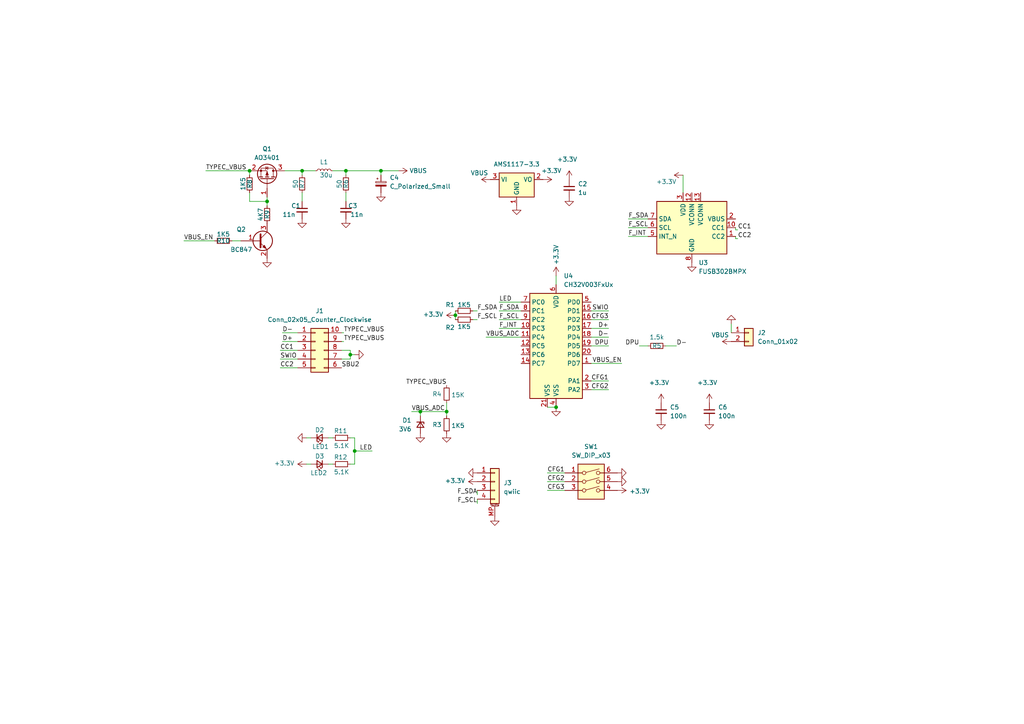
<source format=kicad_sch>
(kicad_sch (version 20231120) (generator "eeschema") (generator_version "8.0")
  (paper "A4")
  (lib_symbols
    (symbol "Connector_Generic:Conn_01x02" (pin_names (offset 1.016) hide)
      (property "Reference" "J" (at 0 2.54 0))
      (property "Value" "Conn_01x02" (at 0 -5.08 0))
      (symbol "Conn_01x02_1_1"
        (rectangle (start -1.27 -2.413) (end 0 -2.667) (stroke (width 0.1524)))
        (rectangle (start -1.27 0.127) (end 0 -0.127) (stroke (width 0.1524)))
        (rectangle (start -1.27 1.27) (end 1.27 -3.81) (stroke (width 0.254)) (fill (type background)))
        (pin passive line (at -5.08 0 0) (length 3.81) (name "Pin_1") (number "1"))
        (pin passive line (at -5.08 -2.54 0) (length 3.81) (name "Pin_2") (number "2"))
      )
    )
    (symbol "Connector_Generic:Conn_02x05_Counter_Clockwise" (pin_names (offset 1.016) hide)
      (property "Reference" "J" (at 1.27 7.62 0))
      (property "Value" "Conn_02x05_Counter_Clockwise" (at 1.27 -7.62 0))
      (symbol "Conn_02x05_Counter_Clockwise_1_1"
        (rectangle (start -1.27 -4.953) (end 0 -5.207) (stroke (width 0.1524)))
        (rectangle (start -1.27 -2.413) (end 0 -2.667) (stroke (width 0.1524)))
        (rectangle (start -1.27 0.127) (end 0 -0.127) (stroke (width 0.1524)))
        (rectangle (start -1.27 2.667) (end 0 2.413) (stroke (width 0.1524)))
        (rectangle (start -1.27 5.207) (end 0 4.953) (stroke (width 0.1524)))
        (rectangle (start -1.27 6.35) (end 3.81 -6.35) (stroke (width 0.254)) (fill (type background)))
        (rectangle (start 3.81 -4.953) (end 2.54 -5.207) (stroke (width 0.1524)))
        (rectangle (start 3.81 -2.413) (end 2.54 -2.667) (stroke (width 0.1524)))
        (rectangle (start 3.81 0.127) (end 2.54 -0.127) (stroke (width 0.1524)))
        (rectangle (start 3.81 2.667) (end 2.54 2.413) (stroke (width 0.1524)))
        (rectangle (start 3.81 5.207) (end 2.54 4.953) (stroke (width 0.1524)))
        (pin passive line (at -5.08 5.08 0) (length 3.81) (name "Pin_1") (number "1"))
        (pin passive line (at 7.62 5.08 180) (length 3.81) (name "Pin_10") (number "10"))
        (pin passive line (at -5.08 2.54 0) (length 3.81) (name "Pin_2") (number "2"))
        (pin passive line (at -5.08 0 0) (length 3.81) (name "Pin_3") (number "3"))
        (pin passive line (at -5.08 -2.54 0) (length 3.81) (name "Pin_4") (number "4"))
        (pin passive line (at -5.08 -5.08 0) (length 3.81) (name "Pin_5") (number "5"))
        (pin passive line (at 7.62 -5.08 180) (length 3.81) (name "Pin_6") (number "6"))
        (pin passive line (at 7.62 -2.54 180) (length 3.81) (name "Pin_7") (number "7"))
        (pin passive line (at 7.62 0 180) (length 3.81) (name "Pin_8") (number "8"))
        (pin passive line (at 7.62 2.54 180) (length 3.81) (name "Pin_9") (number "9"))
      )
    )
    (symbol "Connector_Generic_MountingPin:Conn_01x04_MountingPin" (pin_names (offset 1.016) hide)
      (property "Reference" "J" (at 0 5.08 0))
      (property "Value" "Conn_01x04_MountingPin" (at 1.27 -7.62 0))
      (symbol "Conn_01x04_MountingPin_1_1"
        (rectangle (start -1.27 -4.953) (end 0 -5.207) (stroke (width 0.1524)))
        (rectangle (start -1.27 -2.413) (end 0 -2.667) (stroke (width 0.1524)))
        (rectangle (start -1.27 0.127) (end 0 -0.127) (stroke (width 0.1524)))
        (rectangle (start -1.27 2.667) (end 0 2.413) (stroke (width 0.1524)))
        (rectangle (start -1.27 3.81) (end 1.27 -6.35) (stroke (width 0.254)) (fill (type background)))
        (polyline (pts (xy -1.016 -7.112) (xy 1.016 -7.112)) (stroke (width 0.1524)))
        (text "Mounting" (at 0 -6.731 0) (effects (font (size 0.381 0.381))))
        (pin passive line (at -5.08 2.54 0) (length 3.81) (name "Pin_1") (number "1"))
        (pin passive line (at -5.08 0 0) (length 3.81) (name "Pin_2") (number "2"))
        (pin passive line (at -5.08 -2.54 0) (length 3.81) (name "Pin_3") (number "3"))
        (pin passive line (at -5.08 -5.08 0) (length 3.81) (name "Pin_4") (number "4"))
        (pin passive line (at 0 -10.16 90) (length 3.048) (name "MountPin") (number "MP"))
      )
    )
    (symbol "Device:C_Polarized_Small" (pin_numbers hide) (pin_names (offset 0.254) hide)
      (property "Reference" "C" (at 0.254 1.778 0))
      (property "Value" "C_Polarized_Small" (at 0.254 -2.032 0))
      (symbol "C_Polarized_Small_0_1"
        (rectangle (start -1.524 -0.3048) (end 1.524 -0.6858) (fill (type outline)))
        (rectangle (start -1.524 0.6858) (end 1.524 0.3048))
        (polyline (pts (xy -1.27 1.524) (xy -0.762 1.524)))
        (polyline (pts (xy -1.016 1.27) (xy -1.016 1.778)))
      )
      (symbol "C_Polarized_Small_1_1"
        (pin passive line (at 0 2.54 270) (length 1.8542) (name "~") (number "1"))
        (pin passive line (at 0 -2.54 90) (length 1.8542) (name "~") (number "2"))
      )
    )
    (symbol "Device:C_Small" (pin_numbers hide) (pin_names (offset 0.254) hide)
      (property "Reference" "C" (at 0.254 1.778 0))
      (property "Value" "C_Small" (at 0.254 -2.032 0))
      (symbol "C_Small_0_1"
        (polyline (pts (xy -1.524 -0.508) (xy 1.524 -0.508)) (stroke (width 0.3302)))
        (polyline (pts (xy -1.524 0.508) (xy 1.524 0.508)) (stroke (width 0.3048)))
      )
      (symbol "C_Small_1_1"
        (pin passive line (at 0 2.54 270) (length 2.032) (name "~") (number "1"))
        (pin passive line (at 0 -2.54 90) (length 2.032) (name "~") (number "2"))
      )
    )
    (symbol "Device:D_Zener_Small" (pin_numbers hide) (pin_names (offset 0.254) hide)
      (property "Reference" "D" (at 0 2.286 0))
      (property "Value" "D_Zener_Small" (at 0 -2.286 0))
      (symbol "D_Zener_Small_0_1"
        (polyline (pts (xy 0.762 0) (xy -0.762 0)))
        (polyline (pts (xy -0.254 1.016) (xy -0.762 1.016) (xy -0.762 -1.016)) (stroke (width 0.254)))
        (polyline (pts (xy 0.762 1.016) (xy -0.762 0) (xy 0.762 -1.016) (xy 0.762 1.016)) (stroke (width 0.254)))
      )
      (symbol "D_Zener_Small_1_1"
        (pin passive line (at -2.54 0 0) (length 1.778) (name "K") (number "1"))
        (pin passive line (at 2.54 0 180) (length 1.778) (name "A") (number "2"))
      )
    )
    (symbol "Device:LED_Small" (pin_numbers hide) (pin_names (offset 0.254) hide)
      (property "Reference" "D" (at -1.27 3.175 0))
      (property "Value" "LED_Small" (at -4.445 -2.54 0))
      (symbol "LED_Small_0_1"
        (polyline (pts (xy -0.762 -1.016) (xy -0.762 1.016)) (stroke (width 0.254)))
        (polyline (pts (xy 1.016 0) (xy -0.762 0)))
        (polyline (pts (xy 0.762 -1.016) (xy -0.762 0) (xy 0.762 1.016) (xy 0.762 -1.016)) (stroke (width 0.254)))
        (polyline (pts (xy 0 0.762) (xy -0.508 1.27) (xy -0.254 1.27) (xy -0.508 1.27) (xy -0.508 1.016)))
        (polyline (pts (xy 0.508 1.27) (xy 0 1.778) (xy 0.254 1.778) (xy 0 1.778) (xy 0 1.524)))
      )
      (symbol "LED_Small_1_1"
        (pin passive line (at -2.54 0 0) (length 1.778) (name "K") (number "1"))
        (pin passive line (at 2.54 0 180) (length 1.778) (name "A") (number "2"))
      )
    )
    (symbol "Device:L_Small" (pin_numbers hide) (pin_names (offset 0.254) hide)
      (property "Reference" "L" (at 0.762 1.016 0))
      (property "Value" "L_Small" (at 0.762 -1.016 0))
      (symbol "L_Small_0_1"
        (arc (start 0 -2.032) (mid 0.5058 -1.524) (end 0 -1.016))
        (arc (start 0 -1.016) (mid 0.5058 -0.508) (end 0 0))
        (arc (start 0 0) (mid 0.5058 0.508) (end 0 1.016))
        (arc (start 0 1.016) (mid 0.5058 1.524) (end 0 2.032))
      )
      (symbol "L_Small_1_1"
        (pin passive line (at 0 2.54 270) (length 0.508) (name "~") (number "1"))
        (pin passive line (at 0 -2.54 90) (length 0.508) (name "~") (number "2"))
      )
    )
    (symbol "Device:Q_PMOS_GSD" (pin_names (offset 0) hide)
      (property "Reference" "Q" (at 5.08 1.27 0))
      (property "Value" "Q_PMOS_GSD" (at 5.08 -1.27 0))
      (symbol "Q_PMOS_GSD_0_1"
        (polyline (pts (xy 0.254 0) (xy -2.54 0)))
        (polyline (pts (xy 0.254 1.905) (xy 0.254 -1.905)) (stroke (width 0.254)))
        (polyline (pts (xy 0.762 -1.27) (xy 0.762 -2.286)) (stroke (width 0.254)))
        (polyline (pts (xy 0.762 0.508) (xy 0.762 -0.508)) (stroke (width 0.254)))
        (polyline (pts (xy 0.762 2.286) (xy 0.762 1.27)) (stroke (width 0.254)))
        (polyline (pts (xy 2.54 2.54) (xy 2.54 1.778)))
        (polyline (pts (xy 2.54 -2.54) (xy 2.54 0) (xy 0.762 0)))
        (polyline (pts (xy 0.762 1.778) (xy 3.302 1.778) (xy 3.302 -1.778) (xy 0.762 -1.778)))
        (polyline (pts (xy 2.286 0) (xy 1.27 0.381) (xy 1.27 -0.381) (xy 2.286 0)) (fill (type outline)))
        (polyline (pts (xy 2.794 -0.508) (xy 2.921 -0.381) (xy 3.683 -0.381) (xy 3.81 -0.254)))
        (polyline (pts (xy 3.302 -0.381) (xy 2.921 0.254) (xy 3.683 0.254) (xy 3.302 -0.381)))
        (circle (center 1.651 0) (radius 2.794) (stroke (width 0.254)))
        (circle (center 2.54 -1.778) (radius 0.254) (fill (type outline)))
        (circle (center 2.54 1.778) (radius 0.254) (fill (type outline)))
      )
      (symbol "Q_PMOS_GSD_1_1"
        (pin input line (at -5.08 0 0) (length 2.54) (name "G") (number "1"))
        (pin passive line (at 2.54 -5.08 90) (length 2.54) (name "S") (number "2"))
        (pin passive line (at 2.54 5.08 270) (length 2.54) (name "D") (number "3"))
      )
    )
    (symbol "Device:R_Small" (pin_numbers hide) (pin_names (offset 0.254) hide)
      (property "Reference" "R" (at 0.762 0.508 0))
      (property "Value" "R_Small" (at 0.762 -1.016 0))
      (symbol "R_Small_0_1"
        (rectangle (start -0.762 1.778) (end 0.762 -1.778) (stroke (width 0.2032)))
      )
      (symbol "R_Small_1_1"
        (pin passive line (at 0 2.54 270) (length 0.762) (name "~") (number "1"))
        (pin passive line (at 0 -2.54 90) (length 0.762) (name "~") (number "2"))
      )
    )
    (symbol "Interface_USB:FUSB302BMPX"
      (property "Reference" "U" (at -10.16 8.89 0))
      (property "Value" "FUSB302BMPX" (at 3.81 8.89 0))
      (symbol "FUSB302BMPX_0_1"
        (rectangle (start -10.16 7.62) (end 10.16 -7.62) (stroke (width 0.254)) (fill (type background)))
      )
      (symbol "FUSB302BMPX_1_1"
        (pin bidirectional line (at 12.7 -2.54 180) (length 2.54) (name "CC2") (number "1"))
        (pin bidirectional line (at 12.7 0 180) (length 2.54) (name "CC1") (number "10"))
        (pin bidirectional line (at 12.7 0 180) (length 2.54) hide (name "CC1") (number "11"))
        (pin power_in line (at 0 10.16 270) (length 2.54) (name "VCONN") (number "12"))
        (pin power_in line (at 2.54 10.16 270) (length 2.54) (name "VCONN") (number "13"))
        (pin bidirectional line (at 12.7 -2.54 180) (length 2.54) hide (name "CC2") (number "14"))
        (pin passive line (at 0 -10.16 90) (length 2.54) hide (name "GND") (number "15"))
        (pin input line (at 12.7 2.54 180) (length 2.54) (name "VBUS") (number "2"))
        (pin power_in line (at -2.54 10.16 270) (length 2.54) (name "VDD") (number "3"))
        (pin passive line (at -2.54 10.16 270) (length 2.54) hide (name "VDD") (number "4"))
        (pin open_collector line (at -12.7 -2.54 0) (length 2.54) (name "INT_N") (number "5"))
        (pin input line (at -12.7 0 0) (length 2.54) (name "SCL") (number "6"))
        (pin bidirectional line (at -12.7 2.54 0) (length 2.54) (name "SDA") (number "7"))
        (pin power_in line (at 0 -10.16 90) (length 2.54) (name "GND") (number "8"))
        (pin passive line (at 0 -10.16 90) (length 2.54) hide (name "GND") (number "9"))
      )
    )
    (symbol "MCU_WCH_CH32V0:CH32V003FxUx"
      (property "Reference" "U4" (at 2.1941 20.32 0))
      (property "Value" "CH32V003FxUx" (at 2.1941 17.78 0))
      (symbol "CH32V003FxUx_1_1"
        (rectangle (start -7.62 15.24) (end 7.62 -15.24) (stroke (width 0.254)) (fill (type background)))
        (pin bidirectional line (at 10.16 -5.08 180) (length 2.54) (name "PD7") (number "1"))
        (pin bidirectional line (at -10.16 5.08 0) (length 2.54) (name "PC3") (number "10"))
        (pin bidirectional line (at -10.16 2.54 0) (length 2.54) (name "PC4") (number "11"))
        (pin bidirectional line (at -10.16 0 0) (length 2.54) (name "PC5") (number "12"))
        (pin bidirectional line (at -10.16 -2.54 0) (length 2.54) (name "PC6") (number "13"))
        (pin bidirectional line (at -10.16 -5.08 0) (length 2.54) (name "PC7") (number "14"))
        (pin bidirectional line (at 10.16 10.16 180) (length 2.54) (name "PD1") (number "15"))
        (pin bidirectional line (at 10.16 7.62 180) (length 2.54) (name "PD2") (number "16"))
        (pin bidirectional line (at 10.16 5.08 180) (length 2.54) (name "PD3") (number "17"))
        (pin bidirectional line (at 10.16 2.54 180) (length 2.54) (name "PD4") (number "18"))
        (pin bidirectional line (at 10.16 0 180) (length 2.54) (name "PD5") (number "19"))
        (pin bidirectional line (at 10.16 -10.16 180) (length 2.54) (name "PA1") (number "2"))
        (pin bidirectional line (at 10.16 -2.54 180) (length 2.54) (name "PD6") (number "20"))
        (pin power_in line (at -2.54 -17.78 90) (length 2.54) (name "VSS") (number "21"))
        (pin bidirectional line (at 10.16 -12.7 180) (length 2.54) (name "PA2") (number "3"))
        (pin power_in line (at 0 -17.78 90) (length 2.54) (name "VSS") (number "4"))
        (pin bidirectional line (at 10.16 12.7 180) (length 2.54) (name "PD0") (number "5"))
        (pin power_in line (at 0 17.78 270) (length 2.54) (name "VDD") (number "6"))
        (pin bidirectional line (at -10.16 12.7 0) (length 2.54) (name "PC0") (number "7"))
        (pin bidirectional line (at -10.16 10.16 0) (length 2.54) (name "PC1") (number "8"))
        (pin bidirectional line (at -10.16 7.62 0) (length 2.54) (name "PC2") (number "9"))
      )
    )
    (symbol "Regulator_Linear:AMS1117-3.3"
      (property "Reference" "U" (at -3.81 3.175 0))
      (property "Value" "AMS1117-3.3" (at 0 3.175 0))
      (symbol "AMS1117-3.3_0_1"
        (rectangle (start -5.08 -5.08) (end 5.08 1.905) (stroke (width 0.254)) (fill (type background)))
      )
      (symbol "AMS1117-3.3_1_1"
        (pin power_in line (at 0 -7.62 90) (length 2.54) (name "GND") (number "1"))
        (pin power_out line (at 7.62 0 180) (length 2.54) (name "VO") (number "2"))
        (pin power_in line (at -7.62 0 0) (length 2.54) (name "VI") (number "3"))
      )
    )
    (symbol "Switch:SW_DIP_x03" (pin_names (offset 0) hide)
      (property "Reference" "SW" (at 0 6.35 0))
      (property "Value" "SW_DIP_x03" (at 0 -6.35 0))
      (symbol "SW_DIP_x03_0_0"
        (circle (center -2.032 -2.54) (radius 0.508))
        (circle (center -2.032 0) (radius 0.508))
        (circle (center -2.032 2.54) (radius 0.508))
        (polyline (pts (xy -1.524 -2.413) (xy 2.3622 -1.3716)))
        (polyline (pts (xy -1.524 0.127) (xy 2.3622 1.1684)))
        (polyline (pts (xy -1.524 2.667) (xy 2.3622 3.7084)))
        (circle (center 2.032 -2.54) (radius 0.508))
        (circle (center 2.032 0) (radius 0.508))
        (circle (center 2.032 2.54) (radius 0.508))
      )
      (symbol "SW_DIP_x03_0_1"
        (rectangle (start -3.81 5.08) (end 3.81 -5.08) (stroke (width 0.254)) (fill (type background)))
      )
      (symbol "SW_DIP_x03_1_1"
        (pin passive line (at -7.62 2.54 0) (length 5.08) (name "~") (number "1"))
        (pin passive line (at -7.62 0 0) (length 5.08) (name "~") (number "2"))
        (pin passive line (at -7.62 -2.54 0) (length 5.08) (name "~") (number "3"))
        (pin passive line (at 7.62 -2.54 180) (length 5.08) (name "~") (number "4"))
        (pin passive line (at 7.62 0 180) (length 5.08) (name "~") (number "5"))
        (pin passive line (at 7.62 2.54 180) (length 5.08) (name "~") (number "6"))
      )
    )
    (symbol "Transistor_BJT:BC847" (pin_names (offset 0) hide)
      (property "Reference" "Q" (at 5.08 1.905 0))
      (property "Value" "BC847" (at 5.08 0 0))
      (symbol "BC847_0_1"
        (polyline (pts (xy 0.635 0.635) (xy 2.54 2.54)))
        (polyline (pts (xy 0.635 -0.635) (xy 2.54 -2.54) (xy 2.54 -2.54)))
        (polyline (pts (xy 0.635 1.905) (xy 0.635 -1.905) (xy 0.635 -1.905)) (stroke (width 0.508)))
        (polyline (pts (xy 1.27 -1.778) (xy 1.778 -1.27) (xy 2.286 -2.286) (xy 1.27 -1.778) (xy 1.27 -1.778)) (fill (type outline)))
        (circle (center 1.27 0) (radius 2.8194) (stroke (width 0.254)))
      )
      (symbol "BC847_1_1"
        (pin input line (at -5.08 0 0) (length 5.715) (name "B") (number "1"))
        (pin passive line (at 2.54 -5.08 90) (length 2.54) (name "E") (number "2"))
        (pin passive line (at 2.54 5.08 270) (length 2.54) (name "C") (number "3"))
      )
    )
    (symbol "power:+3.3V" (power) (pin_names (offset 0))
      (property "Value" "+3.3V" (at 0 3.556 0))
      (symbol "+3.3V_0_1"
        (polyline (pts (xy -0.762 1.27) (xy 0 2.54)))
        (polyline (pts (xy 0 0) (xy 0 2.54)))
        (polyline (pts (xy 0 2.54) (xy 0.762 1.27)))
      )
      (symbol "+3.3V_1_1"
        (pin power_in line (at 0 0 90) (length 0) hide (name "+3.3V") (number "1"))
      )
    )
    (symbol "power:GND" (power) (pin_names (offset 0))
      (property "Value" "GND" (at 0 -3.81 0))
      (symbol "GND_0_1"
        (polyline (pts (xy 0 0) (xy 0 -1.27) (xy 1.27 -1.27) (xy 0 -2.54) (xy -1.27 -1.27) (xy 0 -1.27)))
      )
      (symbol "GND_1_1"
        (pin power_in line (at 0 0 270) (length 0) hide (name "GND") (number "1"))
      )
    )
    (symbol "power:VBUS" (power) (pin_names (offset 0))
      (property "Value" "VBUS" (at 0 3.81 0))
      (symbol "VBUS_0_1"
        (polyline (pts (xy -0.762 1.27) (xy 0 2.54)))
        (polyline (pts (xy 0 0) (xy 0 2.54)))
        (polyline (pts (xy 0 2.54) (xy 0.762 1.27)))
      )
      (symbol "VBUS_1_1"
        (pin power_in line (at 0 0 90) (length 0) hide (name "VBUS") (number "1"))
      )
    )
  )
  (junction (at 121.92 119.38))
  (junction (at 77.47 58.42))
  (junction (at 72.39 49.53))
  (junction (at 102.87 130.81))
  (junction (at 101.6 102.87))
  (junction (at 87.63 49.53))
  (junction (at 129.54 119.38))
  (junction (at 132.08 91.44))
  (junction (at 100.33 49.53))
  (junction (at 110.49 49.53))
  (junction (at 161.29 118.11))
  (wire (pts (xy 99.06 104.14) (xy 101.6 104.14)))
  (wire (pts (xy 158.75 118.11) (xy 161.29 118.11)))
  (wire (pts (xy 102.87 127) (xy 101.6 127)))
  (wire (pts (xy 176.53 113.03) (xy 171.45 113.03)))
  (wire (pts (xy 67.31 69.85) (xy 69.85 69.85)))
  (wire (pts (xy 176.53 90.17) (xy 171.45 90.17)))
  (wire (pts (xy 182.245 68.58) (xy 187.96 68.58)))
  (wire (pts (xy 132.08 91.44) (xy 132.08 92.71)))
  (wire (pts (xy 81.915 99.06) (xy 86.36 99.06)))
  (wire (pts (xy 88.9 134.62) (xy 90.17 134.62)))
  (wire (pts (xy 121.92 120.65) (xy 121.92 119.38)))
  (wire (pts (xy 176.53 110.49) (xy 171.45 110.49)))
  (wire (pts (xy 101.6 102.87) (xy 101.6 104.14)))
  (wire (pts (xy 77.47 58.42) (xy 77.47 59.69)))
  (wire (pts (xy 213.995 66.675) (xy 213.36 66.675)))
  (wire (pts (xy 119.38 119.38) (xy 121.92 119.38)))
  (wire (pts (xy 81.28 101.6) (xy 86.36 101.6)))
  (wire (pts (xy 110.49 49.53) (xy 110.49 50.8)))
  (wire (pts (xy 138.43 146.05) (xy 138.43 144.78)))
  (wire (pts (xy 81.915 96.52) (xy 86.36 96.52)))
  (wire (pts (xy 129.54 116.84) (xy 129.54 119.38)))
  (wire (pts (xy 185.42 100.33) (xy 187.96 100.33)))
  (wire (pts (xy 95.25 127) (xy 96.52 127)))
  (wire (pts (xy 102.87 130.81) (xy 102.87 134.62)))
  (wire (pts (xy 182.245 66.04) (xy 187.96 66.04)))
  (wire (pts (xy 182.245 63.5) (xy 187.96 63.5)))
  (wire (pts (xy 213.36 69.215) (xy 213.36 68.58)))
  (wire (pts (xy 96.52 49.53) (xy 100.33 49.53)))
  (wire (pts (xy 87.63 49.53) (xy 91.44 49.53)))
  (wire (pts (xy 110.49 49.53) (xy 115.57 49.53)))
  (wire (pts (xy 87.63 55.88) (xy 87.63 58.42)))
  (wire (pts (xy 99.06 96.52) (xy 99.695 96.52)))
  (wire (pts (xy 158.75 137.16) (xy 163.83 137.16)))
  (wire (pts (xy 101.6 101.6) (xy 101.6 102.87)))
  (wire (pts (xy 82.55 49.53) (xy 87.63 49.53)))
  (wire (pts (xy 176.53 92.71) (xy 171.45 92.71)))
  (wire (pts (xy 88.9 127) (xy 90.17 127)))
  (wire (pts (xy 176.53 97.79) (xy 171.45 97.79)))
  (wire (pts (xy 101.6 102.87) (xy 102.87 102.87)))
  (wire (pts (xy 53.34 69.85) (xy 62.23 69.85)))
  (wire (pts (xy 132.08 90.17) (xy 132.08 91.44)))
  (wire (pts (xy 129.54 119.38) (xy 129.54 120.65)))
  (wire (pts (xy 144.78 90.17) (xy 151.13 90.17)))
  (wire (pts (xy 213.995 69.215) (xy 213.36 69.215)))
  (wire (pts (xy 100.33 50.8) (xy 100.33 49.53)))
  (wire (pts (xy 87.63 50.8) (xy 87.63 49.53)))
  (wire (pts (xy 176.53 100.33) (xy 171.45 100.33)))
  (wire (pts (xy 72.39 58.42) (xy 77.47 58.42)))
  (wire (pts (xy 140.97 97.79) (xy 151.13 97.79)))
  (wire (pts (xy 81.28 104.14) (xy 86.36 104.14)))
  (wire (pts (xy 212.09 93.98) (xy 212.09 96.52)))
  (wire (pts (xy 161.29 80.01) (xy 161.29 82.55)))
  (wire (pts (xy 213.36 66.675) (xy 213.36 66.04)))
  (wire (pts (xy 100.33 49.53) (xy 110.49 49.53)))
  (wire (pts (xy 138.43 90.17) (xy 137.16 90.17)))
  (wire (pts (xy 158.75 142.24) (xy 163.83 142.24)))
  (wire (pts (xy 180.34 105.41) (xy 171.45 105.41)))
  (wire (pts (xy 176.53 95.25) (xy 171.45 95.25)))
  (wire (pts (xy 158.75 139.7) (xy 163.83 139.7)))
  (wire (pts (xy 144.78 95.25) (xy 151.13 95.25)))
  (wire (pts (xy 99.06 99.06) (xy 99.695 99.06)))
  (wire (pts (xy 193.04 100.33) (xy 196.215 100.33)))
  (wire (pts (xy 95.25 134.62) (xy 96.52 134.62)))
  (wire (pts (xy 101.6 134.62) (xy 102.87 134.62)))
  (wire (pts (xy 59.69 49.53) (xy 72.39 49.53)))
  (wire (pts (xy 99.06 101.6) (xy 101.6 101.6)))
  (wire (pts (xy 107.95 130.81) (xy 102.87 130.81)))
  (wire (pts (xy 72.39 50.8) (xy 72.39 49.53)))
  (wire (pts (xy 144.78 87.63) (xy 151.13 87.63)))
  (wire (pts (xy 100.33 55.88) (xy 100.33 58.42)))
  (wire (pts (xy 72.39 55.88) (xy 72.39 58.42)))
  (wire (pts (xy 81.28 106.68) (xy 86.36 106.68)))
  (wire (pts (xy 198.12 50.8) (xy 198.12 55.88)))
  (wire (pts (xy 102.87 127) (xy 102.87 130.81)))
  (wire (pts (xy 138.43 92.71) (xy 137.16 92.71)))
  (wire (pts (xy 138.43 143.51) (xy 138.43 142.24)))
  (wire (pts (xy 77.47 57.15) (xy 77.47 58.42)))
  (wire (pts (xy 144.78 92.71) (xy 151.13 92.71)))
  (wire (pts (xy 121.92 119.38) (xy 129.54 119.38)))
  (label "D-" (at 196.215 100.33 0))
  (label "TYPEC_VBUS" (at 129.54 111.76 180))
  (label "F_SCL" (at 138.43 92.71 0))
  (label "DPU" (at 176.53 100.33 180))
  (label "CC2" (at 213.995 69.215 0))
  (label "CFG2" (at 176.53 113.03 180))
  (label "LED" (at 144.78 87.63 0))
  (label "CFG1" (at 176.53 110.49 180))
  (label "F_SDA" (at 144.78 90.17 0))
  (label "F_SCL" (at 138.43 146.05 180))
  (label "F_SCL" (at 144.78 92.71 0))
  (label "VBUS_EN" (at 180.34 105.41 180))
  (label "SWIO" (at 81.28 104.14 0))
  (label "VBUS_ADC" (at 119.38 119.38 0))
  (label "LED" (at 107.95 130.81 180))
  (label "TYPEC_VBUS" (at 99.695 96.52 0))
  (label "D+" (at 176.53 95.25 180))
  (label "CFG2" (at 158.75 139.7 0))
  (label "SBU2" (at 99.06 106.68 0))
  (label "F_INT" (at 144.78 95.25 0))
  (label "TYPEC_VBUS" (at 99.695 99.06 0))
  (label "D-" (at 176.53 97.79 180))
  (label "F_SDA" (at 182.245 63.5 0))
  (label "F_INT" (at 182.245 68.58 0))
  (label "D-" (at 81.915 96.52 0))
  (label "VBUS_ADC" (at 140.97 97.79 0))
  (label "D+" (at 81.915 99.06 0))
  (label "CC2" (at 81.28 106.68 0))
  (label "CFG3" (at 158.75 142.24 0))
  (label "VBUS_EN" (at 53.34 69.85 0))
  (label "DPU" (at 185.42 100.33 180))
  (label "CC1" (at 213.995 66.675 0))
  (label "CFG1" (at 158.75 137.16 0))
  (label "F_SDA" (at 138.43 143.51 180))
  (label "TYPEC_VBUS" (at 59.69 49.53 0))
  (label "CFG3" (at 176.53 92.71 180))
  (label "F_SCL" (at 182.245 66.04 0))
  (label "F_SDA" (at 138.43 90.17 0))
  (label "CC1" (at 81.28 101.6 0))
  (label "SWIO" (at 176.53 90.17 180))
  (symbol (lib_id "power:GND") (at 121.92 125.73 0) (unit 1)
    (property "Reference" "#PWR015" (effects (hide yes)))
    (property "Value" "GND" (effects (hide yes)))
  )
  (symbol (lib_id "power:GND") (at 143.51 149.86 0) (unit 1)
    (property "Reference" "#PWR027" (effects (hide yes)))
    (property "Value" "GND" (effects (hide yes)))
  )
  (symbol (lib_id "power:GND") (at 100.33 63.5 0) (unit 1)
    (property "Reference" "#PWR011" (effects (hide yes)))
    (property "Value" "GND" (effects (hide yes)))
  )
  (symbol (lib_id "MCU_WCH_CH32V0:CH32V003FxUx") (at 161.29 100.33 0) (unit 1)
    (property "Reference" "U4" (at 163.4841 80.01 0) (effects (justify left)))
    (property "Value" "CH32V003FxUx" (at 163.4841 82.55 0) (effects (justify left)))
    (property "Footprint" "Package_DFN_QFN:QFN-20-1EP_3x3mm_P0.4mm_EP1.65x1.65mm" (effects (hide yes)))
    (property "Datasheet" "https://www.wch-ic.com/products/CH32V003.html" (effects (hide yes)))
    (property "Description" "CH32V003 series are industrial-grade general-purpose microcontrollers designed based on 32-bit RISC-V instruction set and architecture. It adopts QingKe V2A core, RV32EC instruction set, and supports 2 levels of interrupt nesting. The series are mounted with rich peripheral interfaces and function modules. Its internal organizational structure meets the low-cost and low-power embedded application scenarios." (effects (hide yes)))
  )
  (symbol (lib_id "power:+3.3V") (at 179.07 142.24 270) (unit 1)
    (property "Reference" "#PWR030" (effects (hide yes)))
    (property "Value" "+3.3V" (at 188.468 142.494 90) (effects (justify right)))
  )
  (symbol (lib_id "power:GND") (at 200.66 76.2 0) (unit 1)
    (property "Reference" "#PWR014" (effects (hide yes)))
    (property "Value" "GND" (effects (hide yes)))
  )
  (symbol (lib_id "Device:R_Small") (at 129.54 123.19 0) (mirror y) (unit 1)
    (property "Reference" "R3" (at 126.746 123.19 0))
    (property "Value" "1K5" (at 132.842 123.444 0))
    (property "Footprint" "Resistor_SMD:R_0402_1005Metric" (effects (hide yes)))
  )
  (symbol (lib_id "Device:R_Small") (at 99.06 134.62 90) (mirror x) (unit 1)
    (property "Reference" "R12" (at 98.806 132.588 90))
    (property "Value" "5.1K" (at 99.06 136.906 90))
    (property "Footprint" "Resistor_SMD:R_0402_1005Metric" (effects (hide yes)))
  )
  (symbol (lib_id "power:GND") (at 179.07 139.7 90) (unit 1)
    (property "Reference" "#PWR032" (effects (hide yes)))
    (property "Value" "GND" (effects (hide yes)))
  )
  (symbol (lib_id "Device:C_Small") (at 100.33 60.96 0) (unit 1)
    (property "Reference" "C3" (at 100.965 59.69 0) (effects (justify left)))
    (property "Value" "11n" (at 101.6 62.23 0) (effects (justify left)))
    (property "Footprint" "Capacitor_SMD:C_0805_2012Metric" (effects (hide yes)))
  )
  (symbol (lib_id "Device:R_Small") (at 190.5 100.33 90) (unit 1)
    (property "Reference" "R5" (at 190.5 100.33 90))
    (property "Value" "1.5k" (at 190.5 97.79 90))
    (property "Footprint" "Resistor_SMD:R_0402_1005Metric" (effects (hide yes)))
  )
  (symbol (lib_id "Interface_USB:FUSB302BMPX") (at 200.66 66.04 0) (unit 1)
    (property "Reference" "U3" (at 202.6159 76.2 0) (effects (justify left)))
    (property "Value" "FUSB302BMPX" (at 202.6159 78.74 0) (effects (justify left)))
    (property "Footprint" "Package_DFN_QFN:WQFN-14-1EP_2.5x2.5mm_P0.5mm_EP1.45x1.45mm" (effects (hide yes)))
    (property "Datasheet" "http://www.onsemi.com/pub/Collateral/FUSB302B-D.PDF" (effects (hide yes)))
  )
  (symbol (lib_id "Device:D_Zener_Small") (at 121.92 123.19 270) (unit 1)
    (property "Reference" "D1" (at 119.38 121.9199 90) (effects (justify right)))
    (property "Value" "3V6" (at 119.38 124.4599 90) (effects (justify right)))
    (property "Footprint" "Diode_SMD:D_0805_2012Metric" (effects (hide yes)))
    (property "Description" "Zener diode, small symbol" (effects (hide yes)))
  )
  (symbol (lib_id "power:GND") (at 212.09 93.98 180) (unit 1)
    (property "Reference" "#PWR03" (effects (hide yes)))
    (property "Value" "GND" (effects (hide yes)))
  )
  (symbol (lib_id "power:GND") (at 110.49 55.88 0) (unit 1)
    (property "Reference" "#PWR016" (effects (hide yes)))
    (property "Value" "GND" (effects (hide yes)))
  )
  (symbol (lib_id "Device:C_Small") (at 205.74 119.38 0) (unit 1)
    (property "Reference" "C6" (at 208.28 118.1162 0) (effects (justify left)))
    (property "Value" "100n" (at 208.28 120.6562 0) (effects (justify left)))
    (property "Footprint" "Capacitor_SMD:C_0603_1608Metric" (effects (hide yes)))
  )
  (symbol (lib_id "Switch:SW_DIP_x03") (at 171.45 139.7 0) (unit 1)
    (property "Reference" "SW1" (at 171.45 129.54 0))
    (property "Value" "SW_DIP_x03" (at 171.45 132.08 0))
    (property "Footprint" "rusb-pd-second:SW-SMD_6P-P1.27_EU-03KS" (effects (hide yes)))
    (property "Description" "3x DIP Switch, Single Pole Single Throw (SPST) switch, small symbol" (effects (hide yes)))
  )
  (symbol (lib_id "power:+3.3V") (at 138.43 139.7 90) (unit 1)
    (property "Reference" "#PWR028" (effects (hide yes)))
    (property "Value" "+3.3V" (at 129.032 139.446 90) (effects (justify right)))
  )
  (symbol (lib_id "Device:R_Small") (at 99.06 127 90) (mirror x) (unit 1)
    (property "Reference" "R11" (at 98.806 124.968 90))
    (property "Value" "5.1K" (at 99.06 129.286 90))
    (property "Footprint" "Resistor_SMD:R_0402_1005Metric" (effects (hide yes)))
  )
  (symbol (lib_id "Device:C_Small") (at 87.63 60.96 0) (unit 1)
    (property "Reference" "C1" (at 84.455 59.69 0) (effects (justify left)))
    (property "Value" "11n" (at 81.915 62.23 0) (effects (justify left)))
    (property "Footprint" "Capacitor_SMD:C_0805_2012Metric" (effects (hide yes)))
  )
  (symbol (lib_id "power:GND") (at 161.29 118.11 0) (unit 1)
    (property "Reference" "#PWR017" (effects (hide yes)))
    (property "Value" "GND" (effects (hide yes)))
  )
  (symbol (lib_id "Device:R_Small") (at 134.62 90.17 270) (mirror x) (unit 1)
    (property "Reference" "R1" (at 130.556 88.392 90))
    (property "Value" "1K5" (at 134.62 88.392 90))
    (property "Footprint" "Resistor_SMD:R_0402_1005Metric" (effects (hide yes)))
  )
  (symbol (lib_id "Device:C_Small") (at 191.77 119.38 0) (unit 1)
    (property "Reference" "C5" (at 194.31 118.1162 0) (effects (justify left)))
    (property "Value" "100n" (at 194.31 120.6562 0) (effects (justify left)))
    (property "Footprint" "Capacitor_SMD:C_0603_1608Metric" (effects (hide yes)))
  )
  (symbol (lib_id "Device:LED_Small") (at 92.71 134.62 180) (unit 1)
    (property "Reference" "D3" (at 92.71 132.334 0))
    (property "Value" "LED2" (at 92.456 137.16 0))
    (property "Footprint" "LED_SMD:LED_0603_1608Metric" (effects (hide yes)))
    (property "Description" "Light emitting diode, small symbol" (effects (hide yes)))
  )
  (symbol (lib_id "power:GND") (at 138.43 137.16 270) (unit 1)
    (property "Reference" "#PWR029" (effects (hide yes)))
    (property "Value" "GND" (effects (hide yes)))
  )
  (symbol (lib_id "power:GND") (at 87.63 63.5 0) (unit 1)
    (property "Reference" "#PWR07" (effects (hide yes)))
    (property "Value" "GND" (effects (hide yes)))
  )
  (symbol (lib_id "power:GND") (at 191.77 121.92 0) (unit 1)
    (property "Reference" "#PWR020" (effects (hide yes)))
    (property "Value" "GND" (effects (hide yes)))
  )
  (symbol (lib_id "Device:R_Small") (at 134.62 92.71 270) (mirror x) (unit 1)
    (property "Reference" "R2" (at 130.556 94.996 90))
    (property "Value" "1K5" (at 134.62 94.742 90))
    (property "Footprint" "Resistor_SMD:R_0402_1005Metric" (effects (hide yes)))
  )
  (symbol (lib_id "Regulator_Linear:AMS1117-3.3") (at 149.86 52.07 0) (unit 1)
    (property "Reference" "U1" (effects (hide yes)))
    (property "Value" "AMS1117-3.3" (at 149.86 47.625 0))
    (property "Footprint" "Package_TO_SOT_SMD:SOT-223-3_TabPin2" (effects (hide yes)))
    (property "Datasheet" "http://www.advanced-monolithic.com/pdf/ds1117.pdf" (effects (hide yes)))
  )
  (symbol (lib_id "power:+3.3V") (at 198.12 50.8 90) (unit 1)
    (property "Reference" "#PWR013" (effects (hide yes)))
    (property "Value" "+3.3V" (at 196.215 52.705 90) (effects (justify left)))
  )
  (symbol (lib_id "Device:L_Small") (at 93.98 49.53 90) (unit 1)
    (property "Reference" "L1" (at 93.98 46.99 90))
    (property "Value" "30u" (at 94.615 50.8 90))
    (property "Footprint" "Library:IND-SMD_L6.0-W6.0_FNR60XXS" (effects (hide yes)))
  )
  (symbol (lib_id "power:VBUS") (at 142.24 52.07 90) (unit 1)
    (property "Reference" "#PWR05" (effects (hide yes)))
    (property "Value" "VBUS" (at 141.605 50.165 90) (effects (justify left)))
  )
  (symbol (lib_id "power:GND") (at 165.1 57.15 0) (unit 1)
    (property "Reference" "#PWR010" (effects (hide yes)))
    (property "Value" "GND" (effects (hide yes)))
  )
  (symbol (lib_id "power:GND") (at 149.86 59.69 0) (unit 1)
    (property "Reference" "#PWR06" (effects (hide yes)))
    (property "Value" "GND" (effects (hide yes)))
  )
  (symbol (lib_id "power:GND") (at 129.54 125.73 0) (unit 1)
    (property "Reference" "#PWR023" (effects (hide yes)))
    (property "Value" "GND" (effects (hide yes)))
  )
  (symbol (lib_id "power:GND") (at 102.87 102.87 90) (unit 1)
    (property "Reference" "#PWR01" (effects (hide yes)))
    (property "Value" "GND" (effects (hide yes)))
  )
  (symbol (lib_id "Device:R_Small") (at 64.77 69.85 90) (unit 1)
    (property "Reference" "R10" (at 64.77 69.85 90))
    (property "Value" "1K5" (at 64.77 67.945 90))
    (property "Footprint" "Resistor_SMD:R_0402_1005Metric" (effects (hide yes)))
  )
  (symbol (lib_id "Connector_Generic:Conn_01x02") (at 217.17 96.52 0) (unit 1)
    (property "Reference" "J2" (at 219.71 96.5199 0) (effects (justify left)))
    (property "Value" "Conn_01x02" (at 219.71 99.0599 0) (effects (justify left)))
    (property "Footprint" "Connector_PinSocket_2.54mm:PinSocket_1x02_P2.54mm_Vertical" (effects (hide yes)))
    (property "Description" "Generic connector, single row, 01x02, script generated (kicad-library-utils/schlib/autogen/connector/)" (effects (hide yes)))
  )
  (symbol (lib_id "Device:R_Small") (at 87.63 53.34 180) (unit 1)
    (property "Reference" "R7" (at 87.63 53.34 90))
    (property "Value" "50" (at 85.725 53.34 90))
    (property "Footprint" "Resistor_SMD:R_0402_1005Metric" (effects (hide yes)))
  )
  (symbol (lib_id "power:GND") (at 179.07 137.16 90) (unit 1)
    (property "Reference" "#PWR031" (effects (hide yes)))
    (property "Value" "GND" (effects (hide yes)))
  )
  (symbol (lib_id "power:GND") (at 77.47 74.93 0) (unit 1)
    (property "Reference" "#PWR024" (effects (hide yes)))
    (property "Value" "GND" (effects (hide yes)))
  )
  (symbol (lib_id "power:+3.3V") (at 88.9 134.62 90) (unit 1)
    (property "Reference" "#PWR026" (effects (hide yes)))
    (property "Value" "+3.3V" (at 79.502 134.366 90) (effects (justify right)))
  )
  (symbol (lib_id "power:VBUS") (at 212.09 99.06 90) (unit 1)
    (property "Reference" "#PWR04" (effects (hide yes)))
    (property "Value" "VBUS" (at 211.455 97.155 90) (effects (justify left)))
  )
  (symbol (lib_id "power:GND") (at 205.74 121.92 0) (unit 1)
    (property "Reference" "#PWR022" (effects (hide yes)))
    (property "Value" "GND" (effects (hide yes)))
  )
  (symbol (lib_id "Connector_Generic:Conn_02x05_Counter_Clockwise") (at 91.44 101.6 0) (unit 1)
    (property "Reference" "J1" (at 92.71 90.17 0))
    (property "Value" "Conn_02x05_Counter_Clockwise" (at 92.71 92.71 0))
    (property "Footprint" "Connector_PinSocket_2.54mm:PinSocket_2x05_P2.54mm_Vertical" (effects (hide yes)))
  )
  (symbol (lib_id "Device:LED_Small") (at 92.71 127 0) (mirror x) (unit 1)
    (property "Reference" "D2" (at 92.71 124.714 0))
    (property "Value" "LED1" (at 92.964 129.54 0))
    (property "Footprint" "LED_SMD:LED_0603_1608Metric" (effects (hide yes)))
    (property "Description" "Light emitting diode, small symbol" (effects (hide yes)))
  )
  (symbol (lib_id "Device:Q_PMOS_GSD") (at 77.47 52.07 270) (mirror x) (unit 1)
    (property "Reference" "Q1" (at 77.47 43.18 90))
    (property "Value" "AO3401" (at 77.47 45.72 90))
    (property "Footprint" "Package_TO_SOT_SMD:SOT-23" (effects (hide yes)))
    (property "Description" "P-MOSFET transistor, gate/source/drain" (effects (hide yes)))
  )
  (symbol (lib_id "power:GND") (at 88.9 127 270) (unit 1)
    (property "Reference" "#PWR025" (effects (hide yes)))
    (property "Value" "GND" (effects (hide yes)))
  )
  (symbol (lib_id "Transistor_BJT:BC847") (at 74.93 69.85 0) (unit 1)
    (property "Reference" "Q2" (at 68.58 66.548 0) (effects (justify left)))
    (property "Value" "BC847" (at 66.802 72.39 0) (effects (justify left)))
    (property "Footprint" "Package_TO_SOT_SMD:SOT-23" (effects (hide yes)))
    (property "Datasheet" "http://www.infineon.com/dgdl/Infineon-BC847SERIES_BC848SERIES_BC849SERIES_BC850SERIES-DS-v01_01-en.pdf?fileId=db3a304314dca389011541d4630a1657" (effects (hide yes)))
    (property "Description" "0.1A Ic, 45V Vce, NPN Transistor, SOT-23" (effects (hide yes)))
  )
  (symbol (lib_id "Device:R_Small") (at 77.47 62.23 180) (unit 1)
    (property "Reference" "R9" (at 77.47 62.23 90))
    (property "Value" "4K7" (at 75.565 62.23 90))
    (property "Footprint" "Resistor_SMD:R_0402_1005Metric" (effects (hide yes)))
  )
  (symbol (lib_id "power:+3.3V") (at 165.1 52.07 0) (unit 1)
    (property "Reference" "#PWR09" (effects (hide yes)))
    (property "Value" "+3.3V" (at 161.544 46.228 0) (effects (justify left)))
  )
  (symbol (lib_id "power:+3.3V") (at 205.74 116.84 0) (unit 1)
    (property "Reference" "#PWR021" (effects (hide yes)))
    (property "Value" "+3.3V" (at 202.184 110.998 0) (effects (justify left)))
  )
  (symbol (lib_id "power:+3.3V") (at 157.48 52.07 270) (unit 1)
    (property "Reference" "#PWR08" (effects (hide yes)))
    (property "Value" "+3.3V" (at 156.972 49.53 90) (effects (justify left)))
  )
  (symbol (lib_id "power:+3.3V") (at 191.77 116.84 0) (unit 1)
    (property "Reference" "#PWR019" (effects (hide yes)))
    (property "Value" "+3.3V" (at 188.214 110.998 0) (effects (justify left)))
  )
  (symbol (lib_id "power:VBUS") (at 115.57 49.53 270) (unit 1)
    (property "Reference" "#PWR012" (effects (hide yes)))
    (property "Value" "VBUS" (at 118.745 49.53 90) (effects (justify left)))
  )
  (symbol (lib_id "Device:R_Small") (at 100.33 53.34 180) (unit 1)
    (property "Reference" "R6" (at 100.33 53.34 90))
    (property "Value" "50" (at 98.425 53.34 90))
    (property "Footprint" "Resistor_SMD:R_0402_1005Metric" (effects (hide yes)))
  )
  (symbol (lib_id "Connector_Generic_MountingPin:Conn_01x04_MountingPin") (at 143.51 139.7 0) (unit 1)
    (property "Reference" "J3" (at 146.05 140.0555 0) (effects (justify left)))
    (property "Value" "qwiic" (at 146.05 142.5955 0) (effects (justify left)))
    (property "Footprint" "Connector_JST:JST_SH_SM04B-SRSS-TB_1x04-1MP_P1.00mm_Horizontal" (effects (hide yes)))
    (property "Description" "Generic connectable mounting pin connector, single row, 01x04, script generated (kicad-library-utils/schlib/autogen/connector/)" (effects (hide yes)))
  )
  (symbol (lib_id "power:+3.3V") (at 132.08 91.44 90) (unit 1)
    (property "Reference" "#PWR02" (effects (hide yes)))
    (property "Value" "+3.3V" (at 122.682 91.186 90) (effects (justify right)))
  )
  (symbol (lib_id "Device:C_Polarized_Small") (at 110.49 53.34 0) (unit 1)
    (property "Reference" "C4" (at 113.03 51.5238 0) (effects (justify left)))
    (property "Value" "C_Polarized_Small" (at 113.03 54.0638 0) (effects (justify left)))
    (property "Footprint" "Capacitor_THT:CP_Radial_D4.0mm_P2.00mm" (effects (hide yes)))
    (property "Description" "Polarized capacitor, small symbol" (effects (hide yes)))
  )
  (symbol (lib_id "Device:R_Small") (at 129.54 114.3 0) (mirror y) (unit 1)
    (property "Reference" "R4" (at 126.746 114.3 0))
    (property "Value" "15K" (at 132.842 114.554 0))
    (property "Footprint" "Resistor_SMD:R_0402_1005Metric" (effects (hide yes)))
  )
  (symbol (lib_id "Device:R_Small") (at 72.39 53.34 180) (unit 1)
    (property "Reference" "R8" (at 72.39 53.34 90))
    (property "Value" "1K5" (at 70.485 53.34 90))
    (property "Footprint" "Resistor_SMD:R_0402_1005Metric" (effects (hide yes)))
  )
  (symbol (lib_id "Device:C_Small") (at 165.1 54.61 0) (unit 1)
    (property "Reference" "C2" (at 167.64 53.3463 0) (effects (justify left)))
    (property "Value" "1u" (at 167.64 55.8863 0) (effects (justify left)))
    (property "Footprint" "Capacitor_SMD:C_0603_1608Metric" (effects (hide yes)))
  )
  (symbol (lib_id "power:+3.3V") (at 161.29 80.01 0) (unit 1)
    (property "Reference" "#PWR018" (effects (hide yes)))
    (property "Value" "+3.3V" (at 161.29 76.835 90) (effects (justify left)))
  )
)
</source>
